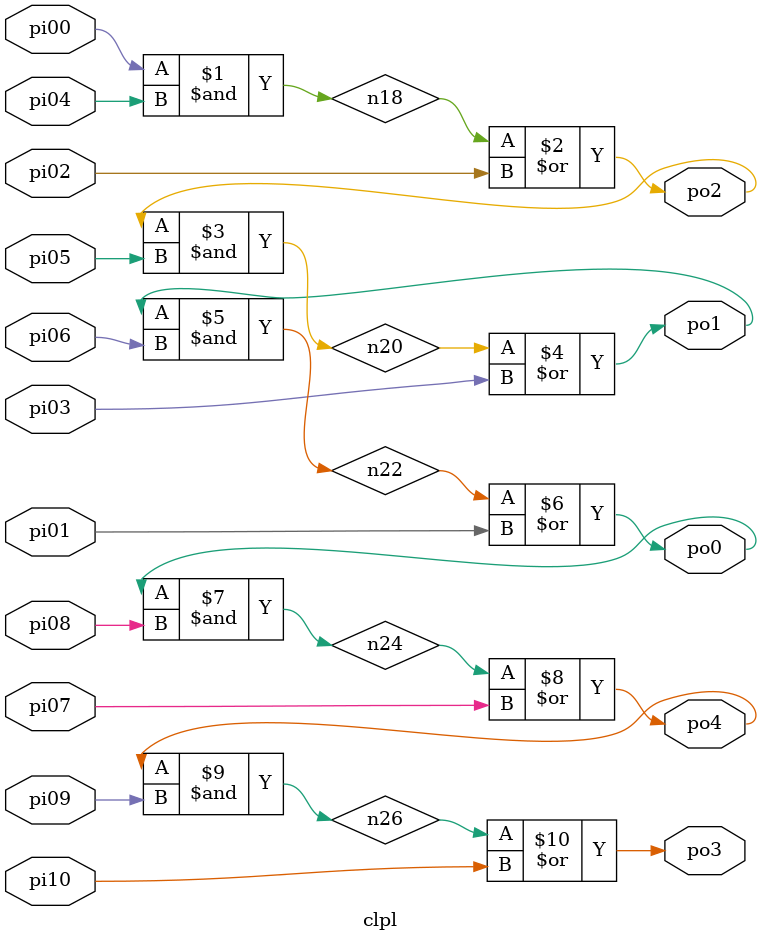
<source format=v>

module clpl  ( 
    pi00, pi01, pi02, pi03, pi04, pi05, pi06, pi07, pi08, pi09, pi10,
    po0, po1, po2, po3, po4  );
  input  pi00, pi01, pi02, pi03, pi04, pi05, pi06, pi07, pi08, pi09,
    pi10;
  output po0, po1, po2, po3, po4;
  wire n18, n20, n22, n24, n26;
  assign n18 = pi00 & pi04;
  assign po2 = n18 | pi02;
  assign n20 = po2 & pi05;
  assign po1 = n20 | pi03;
  assign n22 = po1 & pi06;
  assign po0 = n22 | pi01;
  assign n24 = po0 & pi08;
  assign po4 = n24 | pi07;
  assign n26 = po4 & pi09;
  assign po3 = n26 | pi10;
endmodule



</source>
